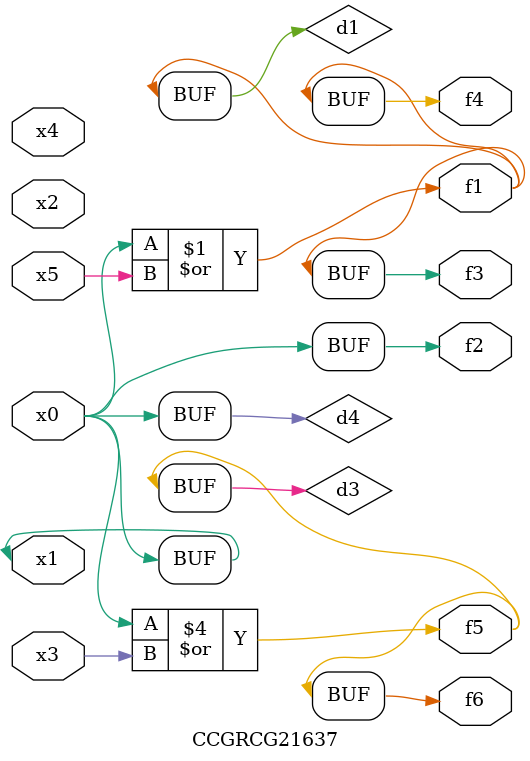
<source format=v>
module CCGRCG21637(
	input x0, x1, x2, x3, x4, x5,
	output f1, f2, f3, f4, f5, f6
);

	wire d1, d2, d3, d4;

	or (d1, x0, x5);
	xnor (d2, x1, x4);
	or (d3, x0, x3);
	buf (d4, x0, x1);
	assign f1 = d1;
	assign f2 = d4;
	assign f3 = d1;
	assign f4 = d1;
	assign f5 = d3;
	assign f6 = d3;
endmodule

</source>
